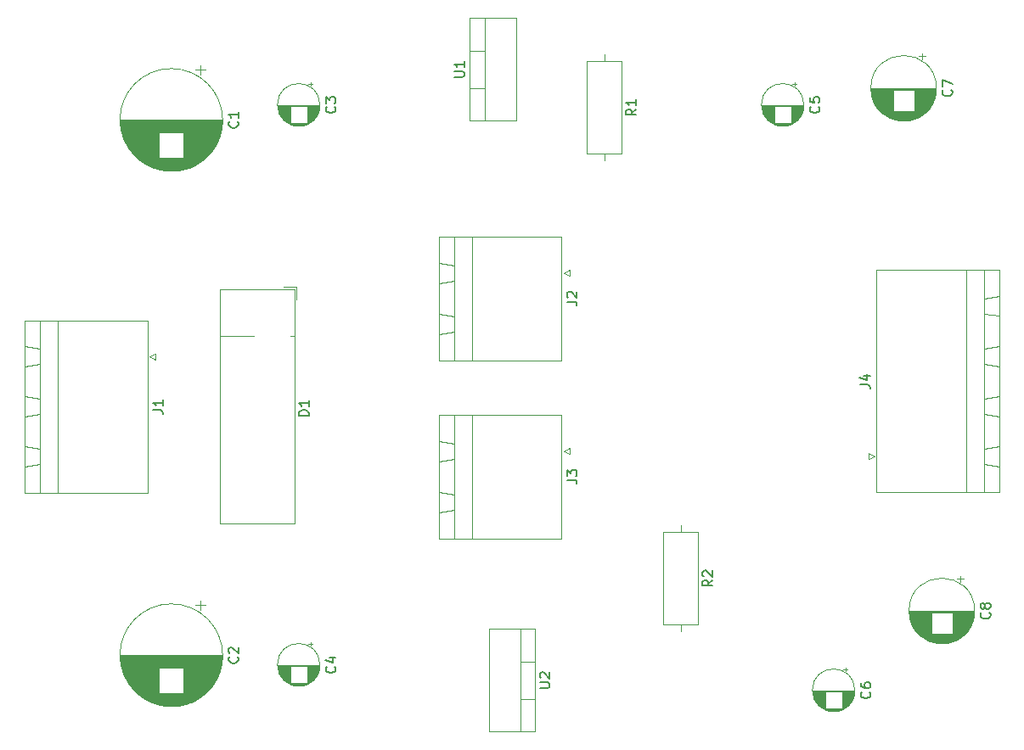
<source format=gbr>
%TF.GenerationSoftware,KiCad,Pcbnew,(6.0.7)*%
%TF.CreationDate,2022-09-22T15:33:20-05:00*%
%TF.ProjectId,2611,32363131-2e6b-4696-9361-645f70636258,rev?*%
%TF.SameCoordinates,Original*%
%TF.FileFunction,Legend,Top*%
%TF.FilePolarity,Positive*%
%FSLAX46Y46*%
G04 Gerber Fmt 4.6, Leading zero omitted, Abs format (unit mm)*
G04 Created by KiCad (PCBNEW (6.0.7)) date 2022-09-22 15:33:20*
%MOMM*%
%LPD*%
G01*
G04 APERTURE LIST*
%ADD10C,0.150000*%
%ADD11C,0.120000*%
G04 APERTURE END LIST*
D10*
%TO.C,R1*%
X142872380Y-80176666D02*
X142396190Y-80510000D01*
X142872380Y-80748095D02*
X141872380Y-80748095D01*
X141872380Y-80367142D01*
X141920000Y-80271904D01*
X141967619Y-80224285D01*
X142062857Y-80176666D01*
X142205714Y-80176666D01*
X142300952Y-80224285D01*
X142348571Y-80271904D01*
X142396190Y-80367142D01*
X142396190Y-80748095D01*
X142872380Y-79224285D02*
X142872380Y-79795714D01*
X142872380Y-79510000D02*
X141872380Y-79510000D01*
X142015238Y-79605238D01*
X142110476Y-79700476D01*
X142158095Y-79795714D01*
%TO.C,R2*%
X150492380Y-127166666D02*
X150016190Y-127500000D01*
X150492380Y-127738095D02*
X149492380Y-127738095D01*
X149492380Y-127357142D01*
X149540000Y-127261904D01*
X149587619Y-127214285D01*
X149682857Y-127166666D01*
X149825714Y-127166666D01*
X149920952Y-127214285D01*
X149968571Y-127261904D01*
X150016190Y-127357142D01*
X150016190Y-127738095D01*
X149587619Y-126785714D02*
X149540000Y-126738095D01*
X149492380Y-126642857D01*
X149492380Y-126404761D01*
X149540000Y-126309523D01*
X149587619Y-126261904D01*
X149682857Y-126214285D01*
X149778095Y-126214285D01*
X149920952Y-126261904D01*
X150492380Y-126833333D01*
X150492380Y-126214285D01*
%TO.C,C7*%
X174302142Y-78251666D02*
X174349761Y-78299285D01*
X174397380Y-78442142D01*
X174397380Y-78537380D01*
X174349761Y-78680238D01*
X174254523Y-78775476D01*
X174159285Y-78823095D01*
X173968809Y-78870714D01*
X173825952Y-78870714D01*
X173635476Y-78823095D01*
X173540238Y-78775476D01*
X173445000Y-78680238D01*
X173397380Y-78537380D01*
X173397380Y-78442142D01*
X173445000Y-78299285D01*
X173492619Y-78251666D01*
X173397380Y-77918333D02*
X173397380Y-77251666D01*
X174397380Y-77680238D01*
%TO.C,J3*%
X135969880Y-117173333D02*
X136684166Y-117173333D01*
X136827023Y-117220952D01*
X136922261Y-117316190D01*
X136969880Y-117459047D01*
X136969880Y-117554285D01*
X135969880Y-116792380D02*
X135969880Y-116173333D01*
X136350833Y-116506666D01*
X136350833Y-116363809D01*
X136398452Y-116268571D01*
X136446071Y-116220952D01*
X136541309Y-116173333D01*
X136779404Y-116173333D01*
X136874642Y-116220952D01*
X136922261Y-116268571D01*
X136969880Y-116363809D01*
X136969880Y-116649523D01*
X136922261Y-116744761D01*
X136874642Y-116792380D01*
%TO.C,C6*%
X166167142Y-138326666D02*
X166214761Y-138374285D01*
X166262380Y-138517142D01*
X166262380Y-138612380D01*
X166214761Y-138755238D01*
X166119523Y-138850476D01*
X166024285Y-138898095D01*
X165833809Y-138945714D01*
X165690952Y-138945714D01*
X165500476Y-138898095D01*
X165405238Y-138850476D01*
X165310000Y-138755238D01*
X165262380Y-138612380D01*
X165262380Y-138517142D01*
X165310000Y-138374285D01*
X165357619Y-138326666D01*
X165262380Y-137469523D02*
X165262380Y-137660000D01*
X165310000Y-137755238D01*
X165357619Y-137802857D01*
X165500476Y-137898095D01*
X165690952Y-137945714D01*
X166071904Y-137945714D01*
X166167142Y-137898095D01*
X166214761Y-137850476D01*
X166262380Y-137755238D01*
X166262380Y-137564761D01*
X166214761Y-137469523D01*
X166167142Y-137421904D01*
X166071904Y-137374285D01*
X165833809Y-137374285D01*
X165738571Y-137421904D01*
X165690952Y-137469523D01*
X165643333Y-137564761D01*
X165643333Y-137755238D01*
X165690952Y-137850476D01*
X165738571Y-137898095D01*
X165833809Y-137945714D01*
%TO.C,U1*%
X124722380Y-76961904D02*
X125531904Y-76961904D01*
X125627142Y-76914285D01*
X125674761Y-76866666D01*
X125722380Y-76771428D01*
X125722380Y-76580952D01*
X125674761Y-76485714D01*
X125627142Y-76438095D01*
X125531904Y-76390476D01*
X124722380Y-76390476D01*
X125722380Y-75390476D02*
X125722380Y-75961904D01*
X125722380Y-75676190D02*
X124722380Y-75676190D01*
X124865238Y-75771428D01*
X124960476Y-75866666D01*
X125008095Y-75961904D01*
%TO.C,C3*%
X112827142Y-79906666D02*
X112874761Y-79954285D01*
X112922380Y-80097142D01*
X112922380Y-80192380D01*
X112874761Y-80335238D01*
X112779523Y-80430476D01*
X112684285Y-80478095D01*
X112493809Y-80525714D01*
X112350952Y-80525714D01*
X112160476Y-80478095D01*
X112065238Y-80430476D01*
X111970000Y-80335238D01*
X111922380Y-80192380D01*
X111922380Y-80097142D01*
X111970000Y-79954285D01*
X112017619Y-79906666D01*
X111922380Y-79573333D02*
X111922380Y-78954285D01*
X112303333Y-79287619D01*
X112303333Y-79144761D01*
X112350952Y-79049523D01*
X112398571Y-79001904D01*
X112493809Y-78954285D01*
X112731904Y-78954285D01*
X112827142Y-79001904D01*
X112874761Y-79049523D01*
X112922380Y-79144761D01*
X112922380Y-79430476D01*
X112874761Y-79525714D01*
X112827142Y-79573333D01*
%TO.C,C2*%
X103127142Y-134826666D02*
X103174761Y-134874285D01*
X103222380Y-135017142D01*
X103222380Y-135112380D01*
X103174761Y-135255238D01*
X103079523Y-135350476D01*
X102984285Y-135398095D01*
X102793809Y-135445714D01*
X102650952Y-135445714D01*
X102460476Y-135398095D01*
X102365238Y-135350476D01*
X102270000Y-135255238D01*
X102222380Y-135112380D01*
X102222380Y-135017142D01*
X102270000Y-134874285D01*
X102317619Y-134826666D01*
X102317619Y-134445714D02*
X102270000Y-134398095D01*
X102222380Y-134302857D01*
X102222380Y-134064761D01*
X102270000Y-133969523D01*
X102317619Y-133921904D01*
X102412857Y-133874285D01*
X102508095Y-133874285D01*
X102650952Y-133921904D01*
X103222380Y-134493333D01*
X103222380Y-133874285D01*
%TO.C,J1*%
X94694880Y-110188333D02*
X95409166Y-110188333D01*
X95552023Y-110235952D01*
X95647261Y-110331190D01*
X95694880Y-110474047D01*
X95694880Y-110569285D01*
X95694880Y-109188333D02*
X95694880Y-109759761D01*
X95694880Y-109474047D02*
X94694880Y-109474047D01*
X94837738Y-109569285D01*
X94932976Y-109664523D01*
X94980595Y-109759761D01*
%TO.C,J4*%
X165194880Y-107648333D02*
X165909166Y-107648333D01*
X166052023Y-107695952D01*
X166147261Y-107791190D01*
X166194880Y-107934047D01*
X166194880Y-108029285D01*
X165528214Y-106743571D02*
X166194880Y-106743571D01*
X165147261Y-106981666D02*
X165861547Y-107219761D01*
X165861547Y-106600714D01*
%TO.C,C4*%
X112827142Y-135786666D02*
X112874761Y-135834285D01*
X112922380Y-135977142D01*
X112922380Y-136072380D01*
X112874761Y-136215238D01*
X112779523Y-136310476D01*
X112684285Y-136358095D01*
X112493809Y-136405714D01*
X112350952Y-136405714D01*
X112160476Y-136358095D01*
X112065238Y-136310476D01*
X111970000Y-136215238D01*
X111922380Y-136072380D01*
X111922380Y-135977142D01*
X111970000Y-135834285D01*
X112017619Y-135786666D01*
X112255714Y-134929523D02*
X112922380Y-134929523D01*
X111874761Y-135167619D02*
X112589047Y-135405714D01*
X112589047Y-134786666D01*
%TO.C,U2*%
X133262380Y-137921904D02*
X134071904Y-137921904D01*
X134167142Y-137874285D01*
X134214761Y-137826666D01*
X134262380Y-137731428D01*
X134262380Y-137540952D01*
X134214761Y-137445714D01*
X134167142Y-137398095D01*
X134071904Y-137350476D01*
X133262380Y-137350476D01*
X133357619Y-136921904D02*
X133310000Y-136874285D01*
X133262380Y-136779047D01*
X133262380Y-136540952D01*
X133310000Y-136445714D01*
X133357619Y-136398095D01*
X133452857Y-136350476D01*
X133548095Y-136350476D01*
X133690952Y-136398095D01*
X134262380Y-136969523D01*
X134262380Y-136350476D01*
%TO.C,C1*%
X103127142Y-81406666D02*
X103174761Y-81454285D01*
X103222380Y-81597142D01*
X103222380Y-81692380D01*
X103174761Y-81835238D01*
X103079523Y-81930476D01*
X102984285Y-81978095D01*
X102793809Y-82025714D01*
X102650952Y-82025714D01*
X102460476Y-81978095D01*
X102365238Y-81930476D01*
X102270000Y-81835238D01*
X102222380Y-81692380D01*
X102222380Y-81597142D01*
X102270000Y-81454285D01*
X102317619Y-81406666D01*
X103222380Y-80454285D02*
X103222380Y-81025714D01*
X103222380Y-80740000D02*
X102222380Y-80740000D01*
X102365238Y-80835238D01*
X102460476Y-80930476D01*
X102508095Y-81025714D01*
%TO.C,C8*%
X178112142Y-130409287D02*
X178159761Y-130456906D01*
X178207380Y-130599763D01*
X178207380Y-130695001D01*
X178159761Y-130837859D01*
X178064523Y-130933097D01*
X177969285Y-130980716D01*
X177778809Y-131028335D01*
X177635952Y-131028335D01*
X177445476Y-130980716D01*
X177350238Y-130933097D01*
X177255000Y-130837859D01*
X177207380Y-130695001D01*
X177207380Y-130599763D01*
X177255000Y-130456906D01*
X177302619Y-130409287D01*
X177635952Y-129837859D02*
X177588333Y-129933097D01*
X177540714Y-129980716D01*
X177445476Y-130028335D01*
X177397857Y-130028335D01*
X177302619Y-129980716D01*
X177255000Y-129933097D01*
X177207380Y-129837859D01*
X177207380Y-129647382D01*
X177255000Y-129552144D01*
X177302619Y-129504525D01*
X177397857Y-129456906D01*
X177445476Y-129456906D01*
X177540714Y-129504525D01*
X177588333Y-129552144D01*
X177635952Y-129647382D01*
X177635952Y-129837859D01*
X177683571Y-129933097D01*
X177731190Y-129980716D01*
X177826428Y-130028335D01*
X178016904Y-130028335D01*
X178112142Y-129980716D01*
X178159761Y-129933097D01*
X178207380Y-129837859D01*
X178207380Y-129647382D01*
X178159761Y-129552144D01*
X178112142Y-129504525D01*
X178016904Y-129456906D01*
X177826428Y-129456906D01*
X177731190Y-129504525D01*
X177683571Y-129552144D01*
X177635952Y-129647382D01*
%TO.C,D1*%
X110232380Y-110773095D02*
X109232380Y-110773095D01*
X109232380Y-110535000D01*
X109280000Y-110392142D01*
X109375238Y-110296904D01*
X109470476Y-110249285D01*
X109660952Y-110201666D01*
X109803809Y-110201666D01*
X109994285Y-110249285D01*
X110089523Y-110296904D01*
X110184761Y-110392142D01*
X110232380Y-110535000D01*
X110232380Y-110773095D01*
X110232380Y-109249285D02*
X110232380Y-109820714D01*
X110232380Y-109535000D02*
X109232380Y-109535000D01*
X109375238Y-109630238D01*
X109470476Y-109725476D01*
X109518095Y-109820714D01*
%TO.C,J2*%
X135969880Y-99393333D02*
X136684166Y-99393333D01*
X136827023Y-99440952D01*
X136922261Y-99536190D01*
X136969880Y-99679047D01*
X136969880Y-99774285D01*
X136065119Y-98964761D02*
X136017500Y-98917142D01*
X135969880Y-98821904D01*
X135969880Y-98583809D01*
X136017500Y-98488571D01*
X136065119Y-98440952D01*
X136160357Y-98393333D01*
X136255595Y-98393333D01*
X136398452Y-98440952D01*
X136969880Y-99012380D01*
X136969880Y-98393333D01*
%TO.C,C5*%
X161087142Y-79906666D02*
X161134761Y-79954285D01*
X161182380Y-80097142D01*
X161182380Y-80192380D01*
X161134761Y-80335238D01*
X161039523Y-80430476D01*
X160944285Y-80478095D01*
X160753809Y-80525714D01*
X160610952Y-80525714D01*
X160420476Y-80478095D01*
X160325238Y-80430476D01*
X160230000Y-80335238D01*
X160182380Y-80192380D01*
X160182380Y-80097142D01*
X160230000Y-79954285D01*
X160277619Y-79906666D01*
X160182380Y-79001904D02*
X160182380Y-79478095D01*
X160658571Y-79525714D01*
X160610952Y-79478095D01*
X160563333Y-79382857D01*
X160563333Y-79144761D01*
X160610952Y-79049523D01*
X160658571Y-79001904D01*
X160753809Y-78954285D01*
X160991904Y-78954285D01*
X161087142Y-79001904D01*
X161134761Y-79049523D01*
X161182380Y-79144761D01*
X161182380Y-79382857D01*
X161134761Y-79478095D01*
X161087142Y-79525714D01*
D11*
%TO.C,R1*%
X141420000Y-84630000D02*
X141420000Y-75390000D01*
X139700000Y-74700000D02*
X139700000Y-75390000D01*
X137980000Y-84630000D02*
X141420000Y-84630000D01*
X141420000Y-75390000D02*
X137980000Y-75390000D01*
X137980000Y-75390000D02*
X137980000Y-84630000D01*
X139700000Y-85320000D02*
X139700000Y-84630000D01*
%TO.C,R2*%
X149040000Y-122380000D02*
X145600000Y-122380000D01*
X149040000Y-131620000D02*
X149040000Y-122380000D01*
X147320000Y-132310000D02*
X147320000Y-131620000D01*
X147320000Y-121690000D02*
X147320000Y-122380000D01*
X145600000Y-122380000D02*
X145600000Y-131620000D01*
X145600000Y-131620000D02*
X149040000Y-131620000D01*
%TO.C,C7*%
X168505000Y-79126000D02*
X166484000Y-79126000D01*
X172547000Y-79286000D02*
X170585000Y-79286000D01*
X172775000Y-78085000D02*
X166315000Y-78085000D01*
X172181000Y-79966000D02*
X170585000Y-79966000D01*
X168505000Y-80246000D02*
X167129000Y-80246000D01*
X172421000Y-79566000D02*
X170585000Y-79566000D01*
X168505000Y-78926000D02*
X166424000Y-78926000D01*
X168505000Y-78565000D02*
X166350000Y-78565000D01*
X171637000Y-80566000D02*
X167453000Y-80566000D01*
X168505000Y-78966000D02*
X166435000Y-78966000D01*
X170977000Y-81006000D02*
X168113000Y-81006000D01*
X171850000Y-80366000D02*
X170585000Y-80366000D01*
X172441000Y-79526000D02*
X170585000Y-79526000D01*
X171961000Y-80246000D02*
X170585000Y-80246000D01*
X168505000Y-80206000D02*
X167095000Y-80206000D01*
X168505000Y-78846000D02*
X166404000Y-78846000D01*
X170895000Y-81046000D02*
X168195000Y-81046000D01*
X172767000Y-78325000D02*
X170585000Y-78325000D01*
X168505000Y-79886000D02*
X166855000Y-79886000D01*
X171769000Y-80446000D02*
X167321000Y-80446000D01*
X171699000Y-74899759D02*
X171069000Y-74899759D01*
X172751000Y-78485000D02*
X170585000Y-78485000D01*
X172515000Y-79366000D02*
X170585000Y-79366000D01*
X172695000Y-78806000D02*
X170585000Y-78806000D01*
X168505000Y-79246000D02*
X166527000Y-79246000D01*
X168505000Y-78605000D02*
X166356000Y-78605000D01*
X168505000Y-79486000D02*
X166629000Y-79486000D01*
X170710000Y-81126000D02*
X168380000Y-81126000D01*
X172746000Y-78525000D02*
X170585000Y-78525000D01*
X171384000Y-74584759D02*
X171384000Y-75214759D01*
X172209000Y-79926000D02*
X170585000Y-79926000D01*
X168505000Y-79086000D02*
X166471000Y-79086000D01*
X168505000Y-78325000D02*
X166323000Y-78325000D01*
X172563000Y-79246000D02*
X170585000Y-79246000D01*
X170807000Y-81086000D02*
X168283000Y-81086000D01*
X171540000Y-80646000D02*
X167550000Y-80646000D01*
X168505000Y-78525000D02*
X166344000Y-78525000D01*
X172335000Y-79726000D02*
X170585000Y-79726000D01*
X171195000Y-80886000D02*
X167895000Y-80886000D01*
X171489000Y-80686000D02*
X167601000Y-80686000D01*
X172775000Y-78125000D02*
X166315000Y-78125000D01*
X172643000Y-79006000D02*
X170585000Y-79006000D01*
X168505000Y-79446000D02*
X166611000Y-79446000D01*
X168505000Y-79806000D02*
X166803000Y-79806000D01*
X172531000Y-79326000D02*
X170585000Y-79326000D01*
X170604000Y-81166000D02*
X168486000Y-81166000D01*
X168505000Y-78725000D02*
X166378000Y-78725000D01*
X171126000Y-80926000D02*
X167964000Y-80926000D01*
X172606000Y-79126000D02*
X170585000Y-79126000D01*
X171435000Y-80726000D02*
X167655000Y-80726000D01*
X172676000Y-78886000D02*
X170585000Y-78886000D01*
X172666000Y-78926000D02*
X170585000Y-78926000D01*
X168505000Y-79286000D02*
X166543000Y-79286000D01*
X171682000Y-80526000D02*
X167408000Y-80526000D01*
X172357000Y-79686000D02*
X170585000Y-79686000D01*
X172763000Y-78365000D02*
X170585000Y-78365000D01*
X168505000Y-79926000D02*
X166881000Y-79926000D01*
X171888000Y-80326000D02*
X170585000Y-80326000D01*
X168505000Y-79046000D02*
X166459000Y-79046000D01*
X172235000Y-79886000D02*
X170585000Y-79886000D01*
X172479000Y-79446000D02*
X170585000Y-79446000D01*
X168505000Y-80286000D02*
X167165000Y-80286000D01*
X168505000Y-80086000D02*
X166997000Y-80086000D01*
X172760000Y-78405000D02*
X170585000Y-78405000D01*
X172712000Y-78725000D02*
X170585000Y-78725000D01*
X170485000Y-81206000D02*
X168605000Y-81206000D01*
X168505000Y-78886000D02*
X166414000Y-78886000D01*
X168505000Y-79726000D02*
X166755000Y-79726000D01*
X171925000Y-80286000D02*
X170585000Y-80286000D01*
X172769000Y-78285000D02*
X166321000Y-78285000D01*
X172379000Y-79646000D02*
X170585000Y-79646000D01*
X172720000Y-78685000D02*
X170585000Y-78685000D01*
X171727000Y-80486000D02*
X167363000Y-80486000D01*
X168505000Y-78445000D02*
X166334000Y-78445000D01*
X168505000Y-79966000D02*
X166909000Y-79966000D01*
X169947000Y-81326000D02*
X169143000Y-81326000D01*
X171589000Y-80606000D02*
X167501000Y-80606000D01*
X168505000Y-79646000D02*
X166711000Y-79646000D01*
X172261000Y-79846000D02*
X170585000Y-79846000D01*
X168505000Y-78645000D02*
X166363000Y-78645000D01*
X168505000Y-78365000D02*
X166327000Y-78365000D01*
X168505000Y-78685000D02*
X166370000Y-78685000D01*
X168505000Y-80126000D02*
X167029000Y-80126000D01*
X171054000Y-80966000D02*
X168036000Y-80966000D01*
X168505000Y-80326000D02*
X167202000Y-80326000D01*
X172497000Y-79406000D02*
X170585000Y-79406000D01*
X172592000Y-79166000D02*
X170585000Y-79166000D01*
X172740000Y-78565000D02*
X170585000Y-78565000D01*
X171810000Y-80406000D02*
X167280000Y-80406000D01*
X172773000Y-78205000D02*
X166317000Y-78205000D01*
X168505000Y-78806000D02*
X166395000Y-78806000D01*
X172756000Y-78445000D02*
X170585000Y-78445000D01*
X172619000Y-79086000D02*
X170585000Y-79086000D01*
X171995000Y-80206000D02*
X170585000Y-80206000D01*
X172093000Y-80086000D02*
X170585000Y-80086000D01*
X172578000Y-79206000D02*
X170585000Y-79206000D01*
X172311000Y-79766000D02*
X170585000Y-79766000D01*
X168505000Y-79686000D02*
X166733000Y-79686000D01*
X172287000Y-79806000D02*
X170585000Y-79806000D01*
X172631000Y-79046000D02*
X170585000Y-79046000D01*
X172461000Y-79486000D02*
X170585000Y-79486000D01*
X172772000Y-78245000D02*
X166318000Y-78245000D01*
X168505000Y-79366000D02*
X166575000Y-79366000D01*
X172061000Y-80126000D02*
X170585000Y-80126000D01*
X168505000Y-79206000D02*
X166512000Y-79206000D01*
X168505000Y-79566000D02*
X166669000Y-79566000D01*
X168505000Y-80006000D02*
X166938000Y-80006000D01*
X171321000Y-80806000D02*
X167769000Y-80806000D01*
X168505000Y-80366000D02*
X167240000Y-80366000D01*
X172704000Y-78765000D02*
X170585000Y-78765000D01*
X171379000Y-80766000D02*
X167711000Y-80766000D01*
X172686000Y-78846000D02*
X170585000Y-78846000D01*
X172775000Y-78165000D02*
X166315000Y-78165000D01*
X168505000Y-78485000D02*
X166339000Y-78485000D01*
X172401000Y-79606000D02*
X170585000Y-79606000D01*
X170178000Y-81286000D02*
X168912000Y-81286000D01*
X168505000Y-79766000D02*
X166779000Y-79766000D01*
X168505000Y-78765000D02*
X166386000Y-78765000D01*
X168505000Y-78405000D02*
X166330000Y-78405000D01*
X168505000Y-79846000D02*
X166829000Y-79846000D01*
X168505000Y-79406000D02*
X166593000Y-79406000D01*
X168505000Y-79606000D02*
X166689000Y-79606000D01*
X168505000Y-79526000D02*
X166649000Y-79526000D01*
X168505000Y-79326000D02*
X166559000Y-79326000D01*
X172734000Y-78605000D02*
X170585000Y-78605000D01*
X168505000Y-80046000D02*
X166967000Y-80046000D01*
X172152000Y-80006000D02*
X170585000Y-80006000D01*
X172727000Y-78645000D02*
X170585000Y-78645000D01*
X168505000Y-79166000D02*
X166498000Y-79166000D01*
X168505000Y-79006000D02*
X166447000Y-79006000D01*
X170347000Y-81246000D02*
X168743000Y-81246000D01*
X172655000Y-78966000D02*
X170585000Y-78966000D01*
X172029000Y-80166000D02*
X170585000Y-80166000D01*
X168505000Y-80166000D02*
X167061000Y-80166000D01*
X172123000Y-80046000D02*
X170585000Y-80046000D01*
X171259000Y-80846000D02*
X167831000Y-80846000D01*
X172815000Y-78085000D02*
G75*
G03*
X172815000Y-78085000I-3270000J0D01*
G01*
%TO.C,J3*%
X123207500Y-123030000D02*
X135427500Y-123030000D01*
X123207500Y-110650000D02*
X123207500Y-123030000D01*
X124707500Y-120130000D02*
X124707500Y-118630000D01*
X124707500Y-115050000D02*
X124707500Y-113550000D01*
X135627500Y-114300000D02*
X136227500Y-114000000D01*
X135427500Y-123030000D02*
X135427500Y-110650000D01*
X124707500Y-118630000D02*
X123207500Y-118380000D01*
X123207500Y-120380000D02*
X124707500Y-120130000D01*
X126507500Y-123030000D02*
X124707500Y-123030000D01*
X126507500Y-110650000D02*
X126507500Y-123030000D01*
X123207500Y-113300000D02*
X123207500Y-115300000D01*
X136227500Y-114000000D02*
X136227500Y-114600000D01*
X136227500Y-114600000D02*
X135627500Y-114300000D01*
X124707500Y-123030000D02*
X124707500Y-110650000D01*
X124707500Y-110650000D02*
X126507500Y-110650000D01*
X123207500Y-118380000D02*
X123207500Y-120380000D01*
X123207500Y-115300000D02*
X124707500Y-115050000D01*
X135427500Y-110650000D02*
X123207500Y-110650000D01*
X124707500Y-113550000D02*
X123207500Y-113300000D01*
%TO.C,C6*%
X164616000Y-138480000D02*
X163400000Y-138480000D01*
X163760000Y-139881000D02*
X163400000Y-139881000D01*
X163419000Y-140081000D02*
X161701000Y-140081000D01*
X164594000Y-138600000D02*
X163400000Y-138600000D01*
X161720000Y-138560000D02*
X160518000Y-138560000D01*
X161720000Y-138480000D02*
X160504000Y-138480000D01*
X162930000Y-140241000D02*
X162190000Y-140241000D01*
X161720000Y-139601000D02*
X161044000Y-139601000D01*
X164179000Y-139481000D02*
X163400000Y-139481000D01*
X161720000Y-139561000D02*
X161008000Y-139561000D01*
X161720000Y-138800000D02*
X160578000Y-138800000D01*
X164345000Y-139241000D02*
X163400000Y-139241000D01*
X164631000Y-138360000D02*
X163400000Y-138360000D01*
X161720000Y-138640000D02*
X160535000Y-138640000D01*
X164038000Y-139641000D02*
X163400000Y-139641000D01*
X161720000Y-138881000D02*
X160606000Y-138881000D01*
X163814000Y-139841000D02*
X163400000Y-139841000D01*
X164640000Y-138200000D02*
X160480000Y-138200000D01*
X164268000Y-139361000D02*
X163400000Y-139361000D01*
X163500000Y-140041000D02*
X161620000Y-140041000D01*
X164484000Y-138961000D02*
X163400000Y-138961000D01*
X161720000Y-138360000D02*
X160489000Y-138360000D01*
X164411000Y-139121000D02*
X163400000Y-139121000D01*
X164430000Y-139081000D02*
X163400000Y-139081000D01*
X161720000Y-139841000D02*
X161306000Y-139841000D01*
X161720000Y-138840000D02*
X160592000Y-138840000D01*
X163097000Y-140201000D02*
X162023000Y-140201000D01*
X161720000Y-139681000D02*
X161122000Y-139681000D01*
X164622000Y-138440000D02*
X163400000Y-138440000D01*
X164295000Y-139321000D02*
X163400000Y-139321000D01*
X163224000Y-140161000D02*
X161896000Y-140161000D01*
X161720000Y-138680000D02*
X160544000Y-138680000D01*
X161720000Y-139361000D02*
X160852000Y-139361000D01*
X163640000Y-139961000D02*
X163400000Y-139961000D01*
X164554000Y-138760000D02*
X163400000Y-138760000D01*
X164627000Y-138400000D02*
X163400000Y-138400000D01*
X164565000Y-138720000D02*
X163400000Y-138720000D01*
X163998000Y-139681000D02*
X163400000Y-139681000D01*
X161720000Y-138921000D02*
X160620000Y-138921000D01*
X164528000Y-138840000D02*
X163400000Y-138840000D01*
X164634000Y-138320000D02*
X160486000Y-138320000D01*
X161720000Y-139481000D02*
X160941000Y-139481000D01*
X164390000Y-139161000D02*
X163400000Y-139161000D01*
X163864000Y-139801000D02*
X163400000Y-139801000D01*
X161720000Y-139081000D02*
X160690000Y-139081000D01*
X164320000Y-139281000D02*
X163400000Y-139281000D01*
X161720000Y-139721000D02*
X161164000Y-139721000D01*
X161720000Y-139881000D02*
X161360000Y-139881000D01*
X161720000Y-138600000D02*
X160526000Y-138600000D01*
X161720000Y-139321000D02*
X160825000Y-139321000D01*
X164467000Y-139001000D02*
X163400000Y-139001000D01*
X164449000Y-139041000D02*
X163400000Y-139041000D01*
X164637000Y-138280000D02*
X160483000Y-138280000D01*
X161720000Y-139201000D02*
X160752000Y-139201000D01*
X164210000Y-139441000D02*
X163400000Y-139441000D01*
X164585000Y-138640000D02*
X163400000Y-138640000D01*
X164112000Y-139561000D02*
X163400000Y-139561000D01*
X161720000Y-139761000D02*
X161209000Y-139761000D01*
X161720000Y-139001000D02*
X160653000Y-139001000D01*
X161720000Y-139921000D02*
X161418000Y-139921000D01*
X164640000Y-138160000D02*
X160480000Y-138160000D01*
X161720000Y-139961000D02*
X161480000Y-139961000D01*
X163702000Y-139921000D02*
X163400000Y-139921000D01*
X161720000Y-139121000D02*
X160709000Y-139121000D01*
X163573000Y-140001000D02*
X161547000Y-140001000D01*
X163755000Y-135890199D02*
X163755000Y-136290199D01*
X164076000Y-139601000D02*
X163400000Y-139601000D01*
X161720000Y-139521000D02*
X160973000Y-139521000D01*
X164639000Y-138240000D02*
X160481000Y-138240000D01*
X163955000Y-136090199D02*
X163555000Y-136090199D01*
X161720000Y-138520000D02*
X160510000Y-138520000D01*
X164602000Y-138560000D02*
X163400000Y-138560000D01*
X161720000Y-139281000D02*
X160800000Y-139281000D01*
X164610000Y-138520000D02*
X163400000Y-138520000D01*
X161720000Y-139241000D02*
X160775000Y-139241000D01*
X164542000Y-138800000D02*
X163400000Y-138800000D01*
X161720000Y-138440000D02*
X160498000Y-138440000D01*
X164514000Y-138881000D02*
X163400000Y-138881000D01*
X161720000Y-138400000D02*
X160493000Y-138400000D01*
X163956000Y-139721000D02*
X163400000Y-139721000D01*
X161720000Y-138720000D02*
X160555000Y-138720000D01*
X161720000Y-139801000D02*
X161256000Y-139801000D01*
X164147000Y-139521000D02*
X163400000Y-139521000D01*
X161720000Y-138961000D02*
X160636000Y-138961000D01*
X161720000Y-139401000D02*
X160880000Y-139401000D01*
X164240000Y-139401000D02*
X163400000Y-139401000D01*
X161720000Y-139041000D02*
X160671000Y-139041000D01*
X161720000Y-139641000D02*
X161082000Y-139641000D01*
X164368000Y-139201000D02*
X163400000Y-139201000D01*
X164500000Y-138921000D02*
X163400000Y-138921000D01*
X161720000Y-138760000D02*
X160566000Y-138760000D01*
X164576000Y-138680000D02*
X163400000Y-138680000D01*
X161720000Y-139161000D02*
X160730000Y-139161000D01*
X161720000Y-139441000D02*
X160910000Y-139441000D01*
X163911000Y-139761000D02*
X163400000Y-139761000D01*
X163328000Y-140121000D02*
X161792000Y-140121000D01*
X164680000Y-138160000D02*
G75*
G03*
X164680000Y-138160000I-2120000J0D01*
G01*
%TO.C,U1*%
X127780000Y-81320000D02*
X127780000Y-71080000D01*
X130911000Y-81320000D02*
X130911000Y-71080000D01*
X126270000Y-81320000D02*
X126270000Y-71080000D01*
X126270000Y-78050000D02*
X127780000Y-78050000D01*
X126270000Y-71080000D02*
X130911000Y-71080000D01*
X126270000Y-81320000D02*
X130911000Y-81320000D01*
X126270000Y-74349000D02*
X127780000Y-74349000D01*
%TO.C,C3*%
X111050000Y-80741000D02*
X110060000Y-80741000D01*
X111299000Y-79820000D02*
X107141000Y-79820000D01*
X111005000Y-80821000D02*
X110060000Y-80821000D01*
X110772000Y-81141000D02*
X110060000Y-81141000D01*
X108380000Y-81021000D02*
X107570000Y-81021000D01*
X108380000Y-81221000D02*
X107742000Y-81221000D01*
X108380000Y-80741000D02*
X107390000Y-80741000D01*
X111109000Y-80621000D02*
X110060000Y-80621000D01*
X110233000Y-81581000D02*
X108207000Y-81581000D01*
X110524000Y-81381000D02*
X110060000Y-81381000D01*
X108380000Y-80661000D02*
X107350000Y-80661000D01*
X110928000Y-80941000D02*
X110060000Y-80941000D01*
X110980000Y-80861000D02*
X110060000Y-80861000D01*
X108380000Y-80060000D02*
X107164000Y-80060000D01*
X111090000Y-80661000D02*
X110060000Y-80661000D01*
X110615000Y-77670199D02*
X110215000Y-77670199D01*
X111214000Y-80340000D02*
X110060000Y-80340000D01*
X110616000Y-81301000D02*
X110060000Y-81301000D01*
X111071000Y-80701000D02*
X110060000Y-80701000D01*
X110415000Y-77470199D02*
X110415000Y-77870199D01*
X108380000Y-80781000D02*
X107412000Y-80781000D01*
X111028000Y-80781000D02*
X110060000Y-80781000D01*
X108380000Y-81501000D02*
X108078000Y-81501000D01*
X110571000Y-81341000D02*
X110060000Y-81341000D01*
X108380000Y-81461000D02*
X108020000Y-81461000D01*
X108380000Y-80300000D02*
X107215000Y-80300000D01*
X111202000Y-80380000D02*
X110060000Y-80380000D01*
X111262000Y-80140000D02*
X110060000Y-80140000D01*
X111225000Y-80300000D02*
X110060000Y-80300000D01*
X110420000Y-81461000D02*
X110060000Y-81461000D01*
X108380000Y-81381000D02*
X107916000Y-81381000D01*
X109988000Y-81701000D02*
X108452000Y-81701000D01*
X108380000Y-81301000D02*
X107824000Y-81301000D01*
X108380000Y-80981000D02*
X107540000Y-80981000D01*
X111297000Y-79860000D02*
X107143000Y-79860000D01*
X108380000Y-80380000D02*
X107238000Y-80380000D01*
X108380000Y-80621000D02*
X107331000Y-80621000D01*
X110955000Y-80901000D02*
X110060000Y-80901000D01*
X110362000Y-81501000D02*
X110060000Y-81501000D01*
X111144000Y-80541000D02*
X110060000Y-80541000D01*
X108380000Y-80220000D02*
X107195000Y-80220000D01*
X110839000Y-81061000D02*
X110060000Y-81061000D01*
X110870000Y-81021000D02*
X110060000Y-81021000D01*
X111188000Y-80420000D02*
X110060000Y-80420000D01*
X108380000Y-79940000D02*
X107149000Y-79940000D01*
X111245000Y-80220000D02*
X110060000Y-80220000D01*
X108380000Y-80701000D02*
X107369000Y-80701000D01*
X108380000Y-81061000D02*
X107601000Y-81061000D01*
X110807000Y-81101000D02*
X110060000Y-81101000D01*
X108380000Y-80861000D02*
X107460000Y-80861000D01*
X108380000Y-80461000D02*
X107266000Y-80461000D01*
X108380000Y-80941000D02*
X107512000Y-80941000D01*
X108380000Y-80140000D02*
X107178000Y-80140000D01*
X108380000Y-79980000D02*
X107153000Y-79980000D01*
X108380000Y-80180000D02*
X107186000Y-80180000D01*
X108380000Y-80020000D02*
X107158000Y-80020000D01*
X109757000Y-81781000D02*
X108683000Y-81781000D01*
X111282000Y-80020000D02*
X110060000Y-80020000D01*
X108380000Y-81181000D02*
X107704000Y-81181000D01*
X108380000Y-80901000D02*
X107485000Y-80901000D01*
X111254000Y-80180000D02*
X110060000Y-80180000D01*
X109884000Y-81741000D02*
X108556000Y-81741000D01*
X111174000Y-80461000D02*
X110060000Y-80461000D01*
X108380000Y-80581000D02*
X107313000Y-80581000D01*
X108380000Y-80340000D02*
X107226000Y-80340000D01*
X108380000Y-80821000D02*
X107435000Y-80821000D01*
X111236000Y-80260000D02*
X110060000Y-80260000D01*
X108380000Y-81261000D02*
X107782000Y-81261000D01*
X111300000Y-79740000D02*
X107140000Y-79740000D01*
X108380000Y-81141000D02*
X107668000Y-81141000D01*
X108380000Y-81541000D02*
X108140000Y-81541000D01*
X110474000Y-81421000D02*
X110060000Y-81421000D01*
X108380000Y-80100000D02*
X107170000Y-80100000D01*
X109590000Y-81821000D02*
X108850000Y-81821000D01*
X111294000Y-79900000D02*
X107146000Y-79900000D01*
X108380000Y-80501000D02*
X107280000Y-80501000D01*
X110160000Y-81621000D02*
X108280000Y-81621000D01*
X111287000Y-79980000D02*
X110060000Y-79980000D01*
X110658000Y-81261000D02*
X110060000Y-81261000D01*
X108380000Y-80260000D02*
X107204000Y-80260000D01*
X111300000Y-79780000D02*
X107140000Y-79780000D01*
X108380000Y-81341000D02*
X107869000Y-81341000D01*
X108380000Y-81101000D02*
X107633000Y-81101000D01*
X110736000Y-81181000D02*
X110060000Y-81181000D01*
X108380000Y-80541000D02*
X107296000Y-80541000D01*
X111276000Y-80060000D02*
X110060000Y-80060000D01*
X110900000Y-80981000D02*
X110060000Y-80981000D01*
X111291000Y-79940000D02*
X110060000Y-79940000D01*
X111160000Y-80501000D02*
X110060000Y-80501000D01*
X108380000Y-80420000D02*
X107252000Y-80420000D01*
X110698000Y-81221000D02*
X110060000Y-81221000D01*
X110079000Y-81661000D02*
X108361000Y-81661000D01*
X110300000Y-81541000D02*
X110060000Y-81541000D01*
X111270000Y-80100000D02*
X110060000Y-80100000D01*
X108380000Y-81421000D02*
X107966000Y-81421000D01*
X111127000Y-80581000D02*
X110060000Y-80581000D01*
X111340000Y-79740000D02*
G75*
G03*
X111340000Y-79740000I-2120000J0D01*
G01*
%TO.C,C2*%
X101370000Y-136181000D02*
X97761000Y-136181000D01*
X95279000Y-137061000D02*
X92037000Y-137061000D01*
X100477000Y-137861000D02*
X97761000Y-137861000D01*
X99099000Y-139061000D02*
X93941000Y-139061000D01*
X101510000Y-135621000D02*
X91530000Y-135621000D01*
X100081000Y-138301000D02*
X97761000Y-138301000D01*
X99895000Y-129680354D02*
X98895000Y-129680354D01*
X101600000Y-134700000D02*
X91440000Y-134700000D01*
X98030000Y-139541000D02*
X95010000Y-139541000D01*
X95279000Y-136421000D02*
X91752000Y-136421000D01*
X100767000Y-137461000D02*
X97761000Y-137461000D01*
X95279000Y-138061000D02*
X92731000Y-138061000D01*
X95279000Y-136861000D02*
X91936000Y-136861000D01*
X100236000Y-138141000D02*
X97761000Y-138141000D01*
X97582000Y-139661000D02*
X95458000Y-139661000D01*
X101494000Y-135701000D02*
X91546000Y-135701000D01*
X95279000Y-136221000D02*
X91683000Y-136221000D01*
X101582000Y-135100000D02*
X91458000Y-135100000D01*
X100793000Y-137421000D02*
X97761000Y-137421000D01*
X100570000Y-137741000D02*
X97761000Y-137741000D01*
X101560000Y-135300000D02*
X91480000Y-135300000D01*
X95279000Y-137661000D02*
X92410000Y-137661000D01*
X95279000Y-137141000D02*
X92080000Y-137141000D01*
X101243000Y-136541000D02*
X97761000Y-136541000D01*
X99520000Y-138781000D02*
X93520000Y-138781000D01*
X95279000Y-137341000D02*
X92197000Y-137341000D01*
X99290000Y-138941000D02*
X93750000Y-138941000D01*
X101448000Y-135901000D02*
X91592000Y-135901000D01*
X97382000Y-139701000D02*
X95658000Y-139701000D01*
X100843000Y-137341000D02*
X97761000Y-137341000D01*
X101538000Y-135461000D02*
X91502000Y-135461000D01*
X99409000Y-138861000D02*
X93631000Y-138861000D01*
X99229000Y-138981000D02*
X93811000Y-138981000D01*
X95279000Y-136181000D02*
X91670000Y-136181000D01*
X101467000Y-135821000D02*
X91573000Y-135821000D01*
X99676000Y-138661000D02*
X93364000Y-138661000D01*
X101382000Y-136141000D02*
X97761000Y-136141000D01*
X99350000Y-138901000D02*
X93690000Y-138901000D01*
X95279000Y-135981000D02*
X91613000Y-135981000D01*
X101317000Y-136341000D02*
X97761000Y-136341000D01*
X95279000Y-135941000D02*
X91602000Y-135941000D01*
X101599000Y-134780000D02*
X91441000Y-134780000D01*
X95279000Y-137861000D02*
X92563000Y-137861000D01*
X101288000Y-136421000D02*
X97761000Y-136421000D01*
X101084000Y-136901000D02*
X97761000Y-136901000D01*
X95279000Y-136501000D02*
X91782000Y-136501000D01*
X101405000Y-136061000D02*
X97761000Y-136061000D01*
X95279000Y-137701000D02*
X92440000Y-137701000D01*
X100686000Y-137581000D02*
X97761000Y-137581000D01*
X99165000Y-139021000D02*
X93875000Y-139021000D01*
X95279000Y-136381000D02*
X91737000Y-136381000D01*
X101458000Y-135861000D02*
X91582000Y-135861000D01*
X101595000Y-134900000D02*
X91445000Y-134900000D01*
X99821000Y-138541000D02*
X93219000Y-138541000D01*
X101227000Y-136581000D02*
X97761000Y-136581000D01*
X98464000Y-139381000D02*
X94576000Y-139381000D01*
X95279000Y-136781000D02*
X91899000Y-136781000D01*
X95279000Y-137261000D02*
X92149000Y-137261000D01*
X101427000Y-135981000D02*
X97761000Y-135981000D01*
X101045000Y-136981000D02*
X97761000Y-136981000D01*
X100412000Y-137941000D02*
X97761000Y-137941000D01*
X95279000Y-137741000D02*
X92470000Y-137741000D01*
X99465000Y-138821000D02*
X93575000Y-138821000D01*
X95279000Y-136301000D02*
X91709000Y-136301000D01*
X95279000Y-137981000D02*
X92662000Y-137981000D01*
X101258000Y-136501000D02*
X97761000Y-136501000D01*
X101531000Y-135501000D02*
X91509000Y-135501000D01*
X100937000Y-137181000D02*
X97761000Y-137181000D01*
X101517000Y-135581000D02*
X91523000Y-135581000D01*
X99030000Y-139101000D02*
X94010000Y-139101000D01*
X95279000Y-136101000D02*
X91646000Y-136101000D01*
X95279000Y-137781000D02*
X92500000Y-137781000D01*
X95279000Y-137581000D02*
X92354000Y-137581000D01*
X101555000Y-135340000D02*
X91485000Y-135340000D01*
X95279000Y-138341000D02*
X93000000Y-138341000D01*
X100867000Y-137301000D02*
X97761000Y-137301000D01*
X100309000Y-138061000D02*
X97761000Y-138061000D01*
X95279000Y-137101000D02*
X92058000Y-137101000D01*
X100344000Y-138021000D02*
X97761000Y-138021000D01*
X101123000Y-136821000D02*
X97761000Y-136821000D01*
X100509000Y-137821000D02*
X97761000Y-137821000D01*
X100741000Y-137501000D02*
X97761000Y-137501000D01*
X99774000Y-138581000D02*
X93266000Y-138581000D01*
X95279000Y-136261000D02*
X91696000Y-136261000D01*
X95279000Y-136581000D02*
X91813000Y-136581000D01*
X98366000Y-139421000D02*
X94674000Y-139421000D01*
X99956000Y-138421000D02*
X93084000Y-138421000D01*
X101357000Y-136221000D02*
X97761000Y-136221000D01*
X101600000Y-134660000D02*
X91440000Y-134660000D01*
X95279000Y-137941000D02*
X92628000Y-137941000D01*
X101394000Y-136101000D02*
X97761000Y-136101000D01*
X101585000Y-135060000D02*
X91455000Y-135060000D01*
X101550000Y-135381000D02*
X91490000Y-135381000D01*
X95279000Y-138381000D02*
X93042000Y-138381000D01*
X100714000Y-137541000D02*
X97761000Y-137541000D01*
X101588000Y-135020000D02*
X91452000Y-135020000D01*
X100160000Y-138221000D02*
X97761000Y-138221000D01*
X95279000Y-136661000D02*
X91846000Y-136661000D01*
X98729000Y-139261000D02*
X94311000Y-139261000D01*
X95279000Y-138301000D02*
X92959000Y-138301000D01*
X101544000Y-135421000D02*
X91496000Y-135421000D01*
X98150000Y-139501000D02*
X94890000Y-139501000D01*
X101598000Y-134820000D02*
X91442000Y-134820000D01*
X95279000Y-137181000D02*
X92103000Y-137181000D01*
X95279000Y-136141000D02*
X91658000Y-136141000D01*
X98959000Y-139141000D02*
X94081000Y-139141000D01*
X101565000Y-135260000D02*
X91475000Y-135260000D01*
X101104000Y-136861000D02*
X97761000Y-136861000D01*
X99912000Y-138461000D02*
X93128000Y-138461000D01*
X100378000Y-137981000D02*
X97761000Y-137981000D01*
X100982000Y-137101000D02*
X97761000Y-137101000D01*
X95279000Y-136621000D02*
X91830000Y-136621000D01*
X95279000Y-137621000D02*
X92382000Y-137621000D01*
X95279000Y-136461000D02*
X91766000Y-136461000D01*
X99395000Y-129180354D02*
X99395000Y-130180354D01*
X95279000Y-138021000D02*
X92696000Y-138021000D01*
X98262000Y-139461000D02*
X94778000Y-139461000D01*
X95279000Y-138261000D02*
X92919000Y-138261000D01*
X100960000Y-137141000D02*
X97761000Y-137141000D01*
X100273000Y-138101000D02*
X97761000Y-138101000D01*
X100630000Y-137661000D02*
X97761000Y-137661000D01*
X101194000Y-136661000D02*
X97761000Y-136661000D01*
X101597000Y-134860000D02*
X91443000Y-134860000D01*
X95279000Y-136701000D02*
X91863000Y-136701000D01*
X99998000Y-138381000D02*
X97761000Y-138381000D01*
X95279000Y-136541000D02*
X91797000Y-136541000D01*
X100818000Y-137381000D02*
X97761000Y-137381000D01*
X97119000Y-139741000D02*
X95921000Y-139741000D01*
X95279000Y-136061000D02*
X91635000Y-136061000D01*
X101417000Y-136021000D02*
X97761000Y-136021000D01*
X101331000Y-136301000D02*
X97761000Y-136301000D01*
X101344000Y-136261000D02*
X97761000Y-136261000D01*
X99867000Y-138501000D02*
X93173000Y-138501000D01*
X101024000Y-137021000D02*
X97761000Y-137021000D01*
X101303000Y-136381000D02*
X97761000Y-136381000D01*
X95279000Y-137501000D02*
X92299000Y-137501000D01*
X95279000Y-137461000D02*
X92273000Y-137461000D01*
X95279000Y-138101000D02*
X92767000Y-138101000D01*
X101003000Y-137061000D02*
X97761000Y-137061000D01*
X101065000Y-136941000D02*
X97761000Y-136941000D01*
X95279000Y-137541000D02*
X92326000Y-137541000D01*
X101485000Y-135741000D02*
X91555000Y-135741000D01*
X95279000Y-136821000D02*
X91917000Y-136821000D01*
X101274000Y-136461000D02*
X97761000Y-136461000D01*
X100540000Y-137781000D02*
X97761000Y-137781000D01*
X95279000Y-136981000D02*
X91995000Y-136981000D01*
X101141000Y-136781000D02*
X97761000Y-136781000D01*
X95279000Y-137421000D02*
X92247000Y-137421000D01*
X100121000Y-138261000D02*
X97761000Y-138261000D01*
X95279000Y-136341000D02*
X91723000Y-136341000D01*
X101590000Y-134980000D02*
X91450000Y-134980000D01*
X100040000Y-138341000D02*
X97761000Y-138341000D01*
X95279000Y-137021000D02*
X92016000Y-137021000D01*
X100658000Y-137621000D02*
X97761000Y-137621000D01*
X101159000Y-136741000D02*
X97761000Y-136741000D01*
X98557000Y-139341000D02*
X94483000Y-139341000D01*
X101593000Y-134940000D02*
X91447000Y-134940000D01*
X97750000Y-139621000D02*
X95290000Y-139621000D01*
X97898000Y-139581000D02*
X95142000Y-139581000D01*
X100891000Y-137261000D02*
X97761000Y-137261000D01*
X95279000Y-137301000D02*
X92173000Y-137301000D01*
X95279000Y-137381000D02*
X92222000Y-137381000D01*
X95279000Y-138181000D02*
X92841000Y-138181000D01*
X101578000Y-135140000D02*
X91462000Y-135140000D01*
X101177000Y-136701000D02*
X97761000Y-136701000D01*
X95279000Y-136941000D02*
X91975000Y-136941000D01*
X101574000Y-135180000D02*
X91466000Y-135180000D01*
X100600000Y-137701000D02*
X97761000Y-137701000D01*
X98809000Y-139221000D02*
X94231000Y-139221000D01*
X99626000Y-138701000D02*
X93414000Y-138701000D01*
X101210000Y-136621000D02*
X97761000Y-136621000D01*
X99726000Y-138621000D02*
X93314000Y-138621000D01*
X99574000Y-138741000D02*
X93466000Y-138741000D01*
X95279000Y-136901000D02*
X91956000Y-136901000D01*
X101570000Y-135220000D02*
X91470000Y-135220000D01*
X95279000Y-137901000D02*
X92595000Y-137901000D01*
X95279000Y-138141000D02*
X92804000Y-138141000D01*
X95279000Y-138221000D02*
X92880000Y-138221000D01*
X98885000Y-139181000D02*
X94155000Y-139181000D01*
X101600000Y-134740000D02*
X91440000Y-134740000D01*
X101438000Y-135941000D02*
X97761000Y-135941000D01*
X98645000Y-139301000D02*
X94395000Y-139301000D01*
X101524000Y-135541000D02*
X91516000Y-135541000D01*
X95279000Y-136021000D02*
X91623000Y-136021000D01*
X95279000Y-137821000D02*
X92531000Y-137821000D01*
X100445000Y-137901000D02*
X97761000Y-137901000D01*
X101502000Y-135661000D02*
X91538000Y-135661000D01*
X100199000Y-138181000D02*
X97761000Y-138181000D01*
X100915000Y-137221000D02*
X97761000Y-137221000D01*
X95279000Y-137221000D02*
X92125000Y-137221000D01*
X95279000Y-136741000D02*
X91881000Y-136741000D01*
X101476000Y-135781000D02*
X91564000Y-135781000D01*
X101640000Y-134660000D02*
G75*
G03*
X101640000Y-134660000I-5120000J0D01*
G01*
%TO.C,J1*%
X94952500Y-105155000D02*
X94352500Y-104855000D01*
X81932500Y-101245000D02*
X81932500Y-118465000D01*
X83432500Y-118465000D02*
X83432500Y-101245000D01*
X81932500Y-115855000D02*
X83432500Y-115605000D01*
X83432500Y-115605000D02*
X83432500Y-114105000D01*
X83432500Y-105605000D02*
X83432500Y-104105000D01*
X83432500Y-101245000D02*
X85232500Y-101245000D01*
X94952500Y-104555000D02*
X94952500Y-105155000D01*
X85232500Y-101245000D02*
X85232500Y-118465000D01*
X81932500Y-105855000D02*
X83432500Y-105605000D01*
X81932500Y-108855000D02*
X81932500Y-110855000D01*
X94352500Y-104855000D02*
X94952500Y-104555000D01*
X81932500Y-118465000D02*
X94152500Y-118465000D01*
X81932500Y-113855000D02*
X81932500Y-115855000D01*
X81932500Y-103855000D02*
X81932500Y-105855000D01*
X94152500Y-118465000D02*
X94152500Y-101245000D01*
X83432500Y-110605000D02*
X83432500Y-109105000D01*
X85232500Y-118465000D02*
X83432500Y-118465000D01*
X94152500Y-101245000D02*
X81932500Y-101245000D01*
X83432500Y-109105000D02*
X81932500Y-108855000D01*
X83432500Y-114105000D02*
X81932500Y-113855000D01*
X81932500Y-110855000D02*
X83432500Y-110605000D01*
X83432500Y-104105000D02*
X81932500Y-103855000D01*
%TO.C,J4*%
X166832500Y-96205000D02*
X166832500Y-118425000D01*
X179052500Y-100815000D02*
X179052500Y-98815000D01*
X179052500Y-96205000D02*
X166832500Y-96205000D01*
X177552500Y-109065000D02*
X177552500Y-110565000D01*
X177552500Y-115565000D02*
X179052500Y-115815000D01*
X179052500Y-110815000D02*
X179052500Y-108815000D01*
X179052500Y-115815000D02*
X179052500Y-113815000D01*
X177552500Y-110565000D02*
X179052500Y-110815000D01*
X175752500Y-118425000D02*
X175752500Y-96205000D01*
X179052500Y-108815000D02*
X177552500Y-109065000D01*
X175752500Y-96205000D02*
X177552500Y-96205000D01*
X179052500Y-118425000D02*
X179052500Y-96205000D01*
X177552500Y-99065000D02*
X177552500Y-100565000D01*
X179052500Y-98815000D02*
X177552500Y-99065000D01*
X179052500Y-105815000D02*
X179052500Y-103815000D01*
X177552500Y-96205000D02*
X177552500Y-118425000D01*
X177552500Y-105565000D02*
X179052500Y-105815000D01*
X166832500Y-118425000D02*
X179052500Y-118425000D01*
X179052500Y-103815000D02*
X177552500Y-104065000D01*
X166032500Y-115115000D02*
X166032500Y-114515000D01*
X166032500Y-114515000D02*
X166632500Y-114815000D01*
X177552500Y-114065000D02*
X177552500Y-115565000D01*
X177552500Y-104065000D02*
X177552500Y-105565000D01*
X166632500Y-114815000D02*
X166032500Y-115115000D01*
X177552500Y-118425000D02*
X175752500Y-118425000D01*
X179052500Y-113815000D02*
X177552500Y-114065000D01*
X177552500Y-100565000D02*
X179052500Y-100815000D01*
%TO.C,C4*%
X111214000Y-136220000D02*
X110060000Y-136220000D01*
X108380000Y-136581000D02*
X107369000Y-136581000D01*
X111127000Y-136461000D02*
X110060000Y-136461000D01*
X108380000Y-136701000D02*
X107435000Y-136701000D01*
X110079000Y-137541000D02*
X108361000Y-137541000D01*
X111282000Y-135900000D02*
X110060000Y-135900000D01*
X110772000Y-137021000D02*
X110060000Y-137021000D01*
X108380000Y-136220000D02*
X107226000Y-136220000D01*
X110571000Y-137221000D02*
X110060000Y-137221000D01*
X108380000Y-137301000D02*
X107966000Y-137301000D01*
X111300000Y-135660000D02*
X107140000Y-135660000D01*
X110415000Y-133350199D02*
X110415000Y-133750199D01*
X111276000Y-135940000D02*
X110060000Y-135940000D01*
X111299000Y-135700000D02*
X107141000Y-135700000D01*
X108380000Y-135860000D02*
X107153000Y-135860000D01*
X111174000Y-136341000D02*
X110060000Y-136341000D01*
X108380000Y-136100000D02*
X107195000Y-136100000D01*
X111287000Y-135860000D02*
X110060000Y-135860000D01*
X111160000Y-136381000D02*
X110060000Y-136381000D01*
X111291000Y-135820000D02*
X110060000Y-135820000D01*
X108380000Y-137261000D02*
X107916000Y-137261000D01*
X108380000Y-137141000D02*
X107782000Y-137141000D01*
X108380000Y-136541000D02*
X107350000Y-136541000D01*
X110300000Y-137421000D02*
X110060000Y-137421000D01*
X110616000Y-137181000D02*
X110060000Y-137181000D01*
X110807000Y-136981000D02*
X110060000Y-136981000D01*
X109988000Y-137581000D02*
X108452000Y-137581000D01*
X111090000Y-136541000D02*
X110060000Y-136541000D01*
X110615000Y-133550199D02*
X110215000Y-133550199D01*
X108380000Y-137101000D02*
X107742000Y-137101000D01*
X110955000Y-136781000D02*
X110060000Y-136781000D01*
X111270000Y-135980000D02*
X110060000Y-135980000D01*
X111300000Y-135620000D02*
X107140000Y-135620000D01*
X109590000Y-137701000D02*
X108850000Y-137701000D01*
X108380000Y-136461000D02*
X107313000Y-136461000D01*
X111028000Y-136661000D02*
X110060000Y-136661000D01*
X110474000Y-137301000D02*
X110060000Y-137301000D01*
X108380000Y-136621000D02*
X107390000Y-136621000D01*
X108380000Y-135980000D02*
X107170000Y-135980000D01*
X108380000Y-137221000D02*
X107869000Y-137221000D01*
X108380000Y-136140000D02*
X107204000Y-136140000D01*
X110900000Y-136861000D02*
X110060000Y-136861000D01*
X108380000Y-136300000D02*
X107252000Y-136300000D01*
X111109000Y-136501000D02*
X110060000Y-136501000D01*
X108380000Y-136741000D02*
X107460000Y-136741000D01*
X111236000Y-136140000D02*
X110060000Y-136140000D01*
X108380000Y-136661000D02*
X107412000Y-136661000D01*
X110928000Y-136821000D02*
X110060000Y-136821000D01*
X110839000Y-136941000D02*
X110060000Y-136941000D01*
X108380000Y-136180000D02*
X107215000Y-136180000D01*
X111294000Y-135780000D02*
X107146000Y-135780000D01*
X108380000Y-135820000D02*
X107149000Y-135820000D01*
X108380000Y-136941000D02*
X107601000Y-136941000D01*
X110233000Y-137461000D02*
X108207000Y-137461000D01*
X110160000Y-137501000D02*
X108280000Y-137501000D01*
X108380000Y-137421000D02*
X108140000Y-137421000D01*
X110698000Y-137101000D02*
X110060000Y-137101000D01*
X108380000Y-137341000D02*
X108020000Y-137341000D01*
X108380000Y-136060000D02*
X107186000Y-136060000D01*
X111188000Y-136300000D02*
X110060000Y-136300000D01*
X108380000Y-136341000D02*
X107266000Y-136341000D01*
X111005000Y-136701000D02*
X110060000Y-136701000D01*
X111202000Y-136260000D02*
X110060000Y-136260000D01*
X109757000Y-137661000D02*
X108683000Y-137661000D01*
X108380000Y-137061000D02*
X107704000Y-137061000D01*
X111144000Y-136421000D02*
X110060000Y-136421000D01*
X110420000Y-137341000D02*
X110060000Y-137341000D01*
X110870000Y-136901000D02*
X110060000Y-136901000D01*
X108380000Y-136260000D02*
X107238000Y-136260000D01*
X108380000Y-136421000D02*
X107296000Y-136421000D01*
X111254000Y-136060000D02*
X110060000Y-136060000D01*
X109884000Y-137621000D02*
X108556000Y-137621000D01*
X111050000Y-136621000D02*
X110060000Y-136621000D01*
X108380000Y-137021000D02*
X107668000Y-137021000D01*
X110658000Y-137141000D02*
X110060000Y-137141000D01*
X108380000Y-135940000D02*
X107164000Y-135940000D01*
X108380000Y-136861000D02*
X107540000Y-136861000D01*
X108380000Y-136501000D02*
X107331000Y-136501000D01*
X108380000Y-136020000D02*
X107178000Y-136020000D01*
X108380000Y-136901000D02*
X107570000Y-136901000D01*
X110362000Y-137381000D02*
X110060000Y-137381000D01*
X108380000Y-136781000D02*
X107485000Y-136781000D01*
X108380000Y-136981000D02*
X107633000Y-136981000D01*
X108380000Y-136381000D02*
X107280000Y-136381000D01*
X111225000Y-136180000D02*
X110060000Y-136180000D01*
X108380000Y-137181000D02*
X107824000Y-137181000D01*
X111245000Y-136100000D02*
X110060000Y-136100000D01*
X108380000Y-136821000D02*
X107512000Y-136821000D01*
X111071000Y-136581000D02*
X110060000Y-136581000D01*
X111262000Y-136020000D02*
X110060000Y-136020000D01*
X108380000Y-135900000D02*
X107158000Y-135900000D01*
X110524000Y-137261000D02*
X110060000Y-137261000D01*
X110980000Y-136741000D02*
X110060000Y-136741000D01*
X110736000Y-137061000D02*
X110060000Y-137061000D01*
X108380000Y-137381000D02*
X108078000Y-137381000D01*
X111297000Y-135740000D02*
X107143000Y-135740000D01*
X111340000Y-135620000D02*
G75*
G03*
X111340000Y-135620000I-2120000J0D01*
G01*
%TO.C,U2*%
X132810000Y-139011000D02*
X131300000Y-139011000D01*
X128169000Y-132040000D02*
X128169000Y-142280000D01*
X132810000Y-142280000D02*
X128169000Y-142280000D01*
X131300000Y-132040000D02*
X131300000Y-142280000D01*
X132810000Y-135310000D02*
X131300000Y-135310000D01*
X132810000Y-132040000D02*
X128169000Y-132040000D01*
X132810000Y-132040000D02*
X132810000Y-142280000D01*
%TO.C,C1*%
X100937000Y-83761000D02*
X97761000Y-83761000D01*
X95279000Y-84801000D02*
X92880000Y-84801000D01*
X95279000Y-83721000D02*
X92080000Y-83721000D01*
X95279000Y-84881000D02*
X92959000Y-84881000D01*
X99895000Y-76260354D02*
X98895000Y-76260354D01*
X97750000Y-86201000D02*
X95290000Y-86201000D01*
X95279000Y-82841000D02*
X91696000Y-82841000D01*
X99774000Y-85161000D02*
X93266000Y-85161000D01*
X95279000Y-84721000D02*
X92804000Y-84721000D01*
X100658000Y-84201000D02*
X97761000Y-84201000D01*
X101159000Y-83321000D02*
X97761000Y-83321000D01*
X95279000Y-84121000D02*
X92326000Y-84121000D01*
X95279000Y-83281000D02*
X91863000Y-83281000D01*
X98809000Y-85801000D02*
X94231000Y-85801000D01*
X101317000Y-82921000D02*
X97761000Y-82921000D01*
X100818000Y-83961000D02*
X97761000Y-83961000D01*
X99574000Y-85321000D02*
X93466000Y-85321000D01*
X95279000Y-84361000D02*
X92500000Y-84361000D01*
X100160000Y-84801000D02*
X97761000Y-84801000D01*
X101194000Y-83241000D02*
X97761000Y-83241000D01*
X95279000Y-83241000D02*
X91846000Y-83241000D01*
X101485000Y-82321000D02*
X91555000Y-82321000D01*
X95279000Y-84281000D02*
X92440000Y-84281000D01*
X95279000Y-82961000D02*
X91737000Y-82961000D01*
X95279000Y-83121000D02*
X91797000Y-83121000D01*
X95279000Y-83961000D02*
X92222000Y-83961000D01*
X100273000Y-84681000D02*
X97761000Y-84681000D01*
X98030000Y-86121000D02*
X95010000Y-86121000D01*
X100793000Y-84001000D02*
X97761000Y-84001000D01*
X100630000Y-84241000D02*
X97761000Y-84241000D01*
X99165000Y-85601000D02*
X93875000Y-85601000D01*
X101438000Y-82521000D02*
X97761000Y-82521000D01*
X101177000Y-83281000D02*
X97761000Y-83281000D01*
X95279000Y-82601000D02*
X91623000Y-82601000D01*
X101524000Y-82121000D02*
X91516000Y-82121000D01*
X100081000Y-84881000D02*
X97761000Y-84881000D01*
X95279000Y-83601000D02*
X92016000Y-83601000D01*
X101585000Y-81640000D02*
X91455000Y-81640000D01*
X100915000Y-83801000D02*
X97761000Y-83801000D01*
X95279000Y-83761000D02*
X92103000Y-83761000D01*
X101274000Y-83041000D02*
X97761000Y-83041000D01*
X101560000Y-81880000D02*
X91480000Y-81880000D01*
X100199000Y-84761000D02*
X97761000Y-84761000D01*
X101590000Y-81560000D02*
X91450000Y-81560000D01*
X97382000Y-86281000D02*
X95658000Y-86281000D01*
X101555000Y-81920000D02*
X91485000Y-81920000D01*
X95279000Y-83681000D02*
X92058000Y-83681000D01*
X100767000Y-84041000D02*
X97761000Y-84041000D01*
X101531000Y-82081000D02*
X91509000Y-82081000D01*
X101258000Y-83081000D02*
X97761000Y-83081000D01*
X95279000Y-82641000D02*
X91635000Y-82641000D01*
X101598000Y-81400000D02*
X91442000Y-81400000D01*
X101458000Y-82441000D02*
X91582000Y-82441000D01*
X95279000Y-84841000D02*
X92919000Y-84841000D01*
X98366000Y-86001000D02*
X94674000Y-86001000D01*
X100412000Y-84521000D02*
X97761000Y-84521000D01*
X101600000Y-81240000D02*
X91440000Y-81240000D01*
X95279000Y-84481000D02*
X92595000Y-84481000D01*
X101141000Y-83361000D02*
X97761000Y-83361000D01*
X101510000Y-82201000D02*
X91530000Y-82201000D01*
X100509000Y-84401000D02*
X97761000Y-84401000D01*
X101544000Y-82001000D02*
X91496000Y-82001000D01*
X99956000Y-85001000D02*
X93084000Y-85001000D01*
X101417000Y-82601000D02*
X97761000Y-82601000D01*
X95279000Y-84241000D02*
X92410000Y-84241000D01*
X101502000Y-82241000D02*
X91538000Y-82241000D01*
X101517000Y-82161000D02*
X91523000Y-82161000D01*
X98557000Y-85921000D02*
X94483000Y-85921000D01*
X95279000Y-84201000D02*
X92382000Y-84201000D01*
X95279000Y-83481000D02*
X91956000Y-83481000D01*
X100741000Y-84081000D02*
X97761000Y-84081000D01*
X95279000Y-84081000D02*
X92299000Y-84081000D01*
X95279000Y-82881000D02*
X91709000Y-82881000D01*
X98885000Y-85761000D02*
X94155000Y-85761000D01*
X101331000Y-82881000D02*
X97761000Y-82881000D01*
X95279000Y-84601000D02*
X92696000Y-84601000D01*
X99465000Y-85401000D02*
X93575000Y-85401000D01*
X101588000Y-81600000D02*
X91452000Y-81600000D01*
X95279000Y-83361000D02*
X91899000Y-83361000D01*
X100960000Y-83721000D02*
X97761000Y-83721000D01*
X95279000Y-83401000D02*
X91917000Y-83401000D01*
X98729000Y-85841000D02*
X94311000Y-85841000D01*
X100600000Y-84281000D02*
X97761000Y-84281000D01*
X101448000Y-82481000D02*
X91592000Y-82481000D01*
X101344000Y-82841000D02*
X97761000Y-82841000D01*
X95279000Y-84761000D02*
X92841000Y-84761000D01*
X98150000Y-86081000D02*
X94890000Y-86081000D01*
X100540000Y-84361000D02*
X97761000Y-84361000D01*
X100867000Y-83881000D02*
X97761000Y-83881000D01*
X99726000Y-85201000D02*
X93314000Y-85201000D01*
X95279000Y-82721000D02*
X91658000Y-82721000D01*
X97582000Y-86241000D02*
X95458000Y-86241000D01*
X101370000Y-82761000D02*
X97761000Y-82761000D01*
X100121000Y-84841000D02*
X97761000Y-84841000D01*
X98464000Y-85961000D02*
X94576000Y-85961000D01*
X95279000Y-82801000D02*
X91683000Y-82801000D01*
X95279000Y-83881000D02*
X92173000Y-83881000D01*
X101288000Y-83001000D02*
X97761000Y-83001000D01*
X99409000Y-85441000D02*
X93631000Y-85441000D01*
X101104000Y-83441000D02*
X97761000Y-83441000D01*
X95279000Y-84641000D02*
X92731000Y-84641000D01*
X100686000Y-84161000D02*
X97761000Y-84161000D01*
X101084000Y-83481000D02*
X97761000Y-83481000D01*
X99395000Y-75760354D02*
X99395000Y-76760354D01*
X98645000Y-85881000D02*
X94395000Y-85881000D01*
X97898000Y-86161000D02*
X95142000Y-86161000D01*
X101600000Y-81280000D02*
X91440000Y-81280000D01*
X100378000Y-84561000D02*
X97761000Y-84561000D01*
X95279000Y-83321000D02*
X91881000Y-83321000D01*
X95279000Y-84681000D02*
X92767000Y-84681000D01*
X101243000Y-83121000D02*
X97761000Y-83121000D01*
X95279000Y-83041000D02*
X91766000Y-83041000D01*
X101065000Y-83521000D02*
X97761000Y-83521000D01*
X95279000Y-84401000D02*
X92531000Y-84401000D01*
X100570000Y-84321000D02*
X97761000Y-84321000D01*
X99626000Y-85281000D02*
X93414000Y-85281000D01*
X101494000Y-82281000D02*
X91546000Y-82281000D01*
X98262000Y-86041000D02*
X94778000Y-86041000D01*
X101045000Y-83561000D02*
X97761000Y-83561000D01*
X95279000Y-83641000D02*
X92037000Y-83641000D01*
X100982000Y-83681000D02*
X97761000Y-83681000D01*
X99821000Y-85121000D02*
X93219000Y-85121000D01*
X101593000Y-81520000D02*
X91447000Y-81520000D01*
X100714000Y-84121000D02*
X97761000Y-84121000D01*
X101357000Y-82801000D02*
X97761000Y-82801000D01*
X101227000Y-83161000D02*
X97761000Y-83161000D01*
X95279000Y-84961000D02*
X93042000Y-84961000D01*
X101394000Y-82681000D02*
X97761000Y-82681000D01*
X101024000Y-83601000D02*
X97761000Y-83601000D01*
X99912000Y-85041000D02*
X93128000Y-85041000D01*
X99998000Y-84961000D02*
X97761000Y-84961000D01*
X101550000Y-81961000D02*
X91490000Y-81961000D01*
X101427000Y-82561000D02*
X97761000Y-82561000D01*
X99350000Y-85481000D02*
X93690000Y-85481000D01*
X95279000Y-83201000D02*
X91830000Y-83201000D01*
X100040000Y-84921000D02*
X97761000Y-84921000D01*
X100477000Y-84441000D02*
X97761000Y-84441000D01*
X99030000Y-85681000D02*
X94010000Y-85681000D01*
X95279000Y-84161000D02*
X92354000Y-84161000D01*
X95279000Y-83521000D02*
X91975000Y-83521000D01*
X100843000Y-83921000D02*
X97761000Y-83921000D01*
X95279000Y-82681000D02*
X91646000Y-82681000D01*
X95279000Y-84561000D02*
X92662000Y-84561000D01*
X99290000Y-85521000D02*
X93750000Y-85521000D01*
X95279000Y-82561000D02*
X91613000Y-82561000D01*
X100891000Y-83841000D02*
X97761000Y-83841000D01*
X101303000Y-82961000D02*
X97761000Y-82961000D01*
X95279000Y-82921000D02*
X91723000Y-82921000D01*
X101570000Y-81800000D02*
X91470000Y-81800000D01*
X97119000Y-86321000D02*
X95921000Y-86321000D01*
X101578000Y-81720000D02*
X91462000Y-81720000D01*
X101382000Y-82721000D02*
X97761000Y-82721000D01*
X101595000Y-81480000D02*
X91445000Y-81480000D01*
X95279000Y-83921000D02*
X92197000Y-83921000D01*
X95279000Y-83081000D02*
X91782000Y-83081000D01*
X98959000Y-85721000D02*
X94081000Y-85721000D01*
X95279000Y-82521000D02*
X91602000Y-82521000D01*
X99229000Y-85561000D02*
X93811000Y-85561000D01*
X101003000Y-83641000D02*
X97761000Y-83641000D01*
X101123000Y-83401000D02*
X97761000Y-83401000D01*
X95279000Y-84921000D02*
X93000000Y-84921000D01*
X101597000Y-81440000D02*
X91443000Y-81440000D01*
X101405000Y-82641000D02*
X97761000Y-82641000D01*
X101582000Y-81680000D02*
X91458000Y-81680000D01*
X100309000Y-84641000D02*
X97761000Y-84641000D01*
X95279000Y-82761000D02*
X91670000Y-82761000D01*
X95279000Y-84441000D02*
X92563000Y-84441000D01*
X100236000Y-84721000D02*
X97761000Y-84721000D01*
X100344000Y-84601000D02*
X97761000Y-84601000D01*
X99099000Y-85641000D02*
X93941000Y-85641000D01*
X95279000Y-83441000D02*
X91936000Y-83441000D01*
X100445000Y-84481000D02*
X97761000Y-84481000D01*
X101565000Y-81840000D02*
X91475000Y-81840000D01*
X95279000Y-83001000D02*
X91752000Y-83001000D01*
X101538000Y-82041000D02*
X91502000Y-82041000D01*
X95279000Y-83561000D02*
X91995000Y-83561000D01*
X99676000Y-85241000D02*
X93364000Y-85241000D01*
X99867000Y-85081000D02*
X93173000Y-85081000D01*
X95279000Y-84521000D02*
X92628000Y-84521000D01*
X99520000Y-85361000D02*
X93520000Y-85361000D01*
X95279000Y-83801000D02*
X92125000Y-83801000D01*
X101467000Y-82401000D02*
X91573000Y-82401000D01*
X101210000Y-83201000D02*
X97761000Y-83201000D01*
X95279000Y-83841000D02*
X92149000Y-83841000D01*
X95279000Y-84041000D02*
X92273000Y-84041000D01*
X95279000Y-84321000D02*
X92470000Y-84321000D01*
X95279000Y-84001000D02*
X92247000Y-84001000D01*
X101599000Y-81360000D02*
X91441000Y-81360000D01*
X101574000Y-81760000D02*
X91466000Y-81760000D01*
X101476000Y-82361000D02*
X91564000Y-82361000D01*
X101600000Y-81320000D02*
X91440000Y-81320000D01*
X95279000Y-83161000D02*
X91813000Y-83161000D01*
X101640000Y-81240000D02*
G75*
G03*
X101640000Y-81240000I-5120000J0D01*
G01*
%TO.C,C8*%
X176231000Y-131723621D02*
X174395000Y-131723621D01*
X172315000Y-132403621D02*
X170939000Y-132403621D01*
X173757000Y-133483621D02*
X172953000Y-133483621D01*
X172315000Y-131443621D02*
X170353000Y-131443621D01*
X175839000Y-132323621D02*
X174395000Y-132323621D01*
X176573000Y-130522621D02*
X174395000Y-130522621D01*
X172315000Y-131803621D02*
X170521000Y-131803621D01*
X173988000Y-133443621D02*
X172722000Y-133443621D01*
X172315000Y-130762621D02*
X170166000Y-130762621D01*
X176561000Y-130642621D02*
X174395000Y-130642621D01*
X172315000Y-130642621D02*
X170149000Y-130642621D01*
X176579000Y-130442621D02*
X170131000Y-130442621D01*
X174157000Y-133403621D02*
X172553000Y-133403621D01*
X176465000Y-131123621D02*
X174395000Y-131123621D01*
X176271000Y-131643621D02*
X174395000Y-131643621D01*
X172315000Y-132243621D02*
X170807000Y-132243621D01*
X172315000Y-132523621D02*
X171050000Y-132523621D01*
X172315000Y-130482621D02*
X170133000Y-130482621D01*
X175537000Y-132643621D02*
X171173000Y-132643621D01*
X172315000Y-132363621D02*
X170905000Y-132363621D01*
X172315000Y-130842621D02*
X170180000Y-130842621D01*
X176071000Y-132003621D02*
X174395000Y-132003621D01*
X172315000Y-132323621D02*
X170871000Y-132323621D01*
X172315000Y-132443621D02*
X170975000Y-132443621D01*
X175447000Y-132723621D02*
X171263000Y-132723621D01*
X176211000Y-131763621D02*
X174395000Y-131763621D01*
X175005000Y-133043621D02*
X171705000Y-133043621D01*
X176325000Y-131523621D02*
X174395000Y-131523621D01*
X175350000Y-132803621D02*
X171360000Y-132803621D01*
X174936000Y-133083621D02*
X171774000Y-133083621D01*
X175620000Y-132563621D02*
X171090000Y-132563621D01*
X172315000Y-132203621D02*
X170777000Y-132203621D01*
X174295000Y-133363621D02*
X172415000Y-133363621D01*
X176189000Y-131803621D02*
X174395000Y-131803621D01*
X174414000Y-133323621D02*
X172296000Y-133323621D01*
X172315000Y-132483621D02*
X171012000Y-132483621D01*
X176307000Y-131563621D02*
X174395000Y-131563621D01*
X175805000Y-132363621D02*
X174395000Y-132363621D01*
X172315000Y-131483621D02*
X170369000Y-131483621D01*
X176453000Y-131163621D02*
X174395000Y-131163621D01*
X176441000Y-131203621D02*
X174395000Y-131203621D01*
X172315000Y-132283621D02*
X170839000Y-132283621D01*
X176530000Y-130842621D02*
X174395000Y-130842621D01*
X176416000Y-131283621D02*
X174395000Y-131283621D01*
X176556000Y-130682621D02*
X174395000Y-130682621D01*
X176429000Y-131243621D02*
X174395000Y-131243621D01*
X175962000Y-132163621D02*
X174395000Y-132163621D01*
X172315000Y-131003621D02*
X170214000Y-131003621D01*
X175069000Y-133003621D02*
X171641000Y-133003621D01*
X172315000Y-131163621D02*
X170257000Y-131163621D01*
X172315000Y-131643621D02*
X170439000Y-131643621D01*
X172315000Y-131523621D02*
X170385000Y-131523621D01*
X175771000Y-132403621D02*
X174395000Y-132403621D01*
X172315000Y-131323621D02*
X170308000Y-131323621D01*
X176583000Y-130362621D02*
X170127000Y-130362621D01*
X174864000Y-133123621D02*
X171846000Y-133123621D01*
X176097000Y-131963621D02*
X174395000Y-131963621D01*
X175933000Y-132203621D02*
X174395000Y-132203621D01*
X176537000Y-130802621D02*
X174395000Y-130802621D01*
X176145000Y-131883621D02*
X174395000Y-131883621D01*
X175698000Y-132483621D02*
X174395000Y-132483621D01*
X176514000Y-130922621D02*
X174395000Y-130922621D01*
X176550000Y-130722621D02*
X174395000Y-130722621D01*
X175509000Y-127057380D02*
X174879000Y-127057380D01*
X172315000Y-131883621D02*
X170565000Y-131883621D01*
X176167000Y-131843621D02*
X174395000Y-131843621D01*
X176505000Y-130963621D02*
X174395000Y-130963621D01*
X175189000Y-132923621D02*
X171521000Y-132923621D01*
X172315000Y-132043621D02*
X170665000Y-132043621D01*
X172315000Y-131083621D02*
X170234000Y-131083621D01*
X172315000Y-131203621D02*
X170269000Y-131203621D01*
X172315000Y-131243621D02*
X170281000Y-131243621D01*
X172315000Y-130922621D02*
X170196000Y-130922621D01*
X176585000Y-130322621D02*
X170125000Y-130322621D01*
X172315000Y-130682621D02*
X170154000Y-130682621D01*
X176121000Y-131923621D02*
X174395000Y-131923621D01*
X172315000Y-132163621D02*
X170748000Y-132163621D01*
X176582000Y-130402621D02*
X170128000Y-130402621D01*
X172315000Y-132123621D02*
X170719000Y-132123621D01*
X176357000Y-131443621D02*
X174395000Y-131443621D01*
X172315000Y-132003621D02*
X170639000Y-132003621D01*
X172315000Y-131723621D02*
X170479000Y-131723621D01*
X175194000Y-126742380D02*
X175194000Y-127372380D01*
X172315000Y-131763621D02*
X170499000Y-131763621D01*
X172315000Y-131403621D02*
X170337000Y-131403621D01*
X176544000Y-130762621D02*
X174395000Y-130762621D01*
X175871000Y-132283621D02*
X174395000Y-132283621D01*
X176585000Y-130242621D02*
X170125000Y-130242621D01*
X172315000Y-130562621D02*
X170140000Y-130562621D01*
X172315000Y-130602621D02*
X170144000Y-130602621D01*
X175131000Y-132963621D02*
X171579000Y-132963621D01*
X176570000Y-130562621D02*
X174395000Y-130562621D01*
X176045000Y-132043621D02*
X174395000Y-132043621D01*
X174787000Y-133163621D02*
X171923000Y-133163621D01*
X176251000Y-131683621D02*
X174395000Y-131683621D01*
X176402000Y-131323621D02*
X174395000Y-131323621D01*
X175660000Y-132523621D02*
X174395000Y-132523621D01*
X172315000Y-131563621D02*
X170403000Y-131563621D01*
X172315000Y-131123621D02*
X170245000Y-131123621D01*
X172315000Y-130802621D02*
X170173000Y-130802621D01*
X176585000Y-130282621D02*
X170125000Y-130282621D01*
X176341000Y-131483621D02*
X174395000Y-131483621D01*
X175903000Y-132243621D02*
X174395000Y-132243621D01*
X176289000Y-131603621D02*
X174395000Y-131603621D01*
X172315000Y-131963621D02*
X170613000Y-131963621D01*
X176577000Y-130482621D02*
X174395000Y-130482621D01*
X176486000Y-131043621D02*
X174395000Y-131043621D01*
X175399000Y-132763621D02*
X171311000Y-132763621D01*
X172315000Y-130963621D02*
X170205000Y-130963621D01*
X172315000Y-131843621D02*
X170543000Y-131843621D01*
X172315000Y-131923621D02*
X170589000Y-131923621D01*
X172315000Y-131043621D02*
X170224000Y-131043621D01*
X172315000Y-131363621D02*
X170322000Y-131363621D01*
X176476000Y-131083621D02*
X174395000Y-131083621D01*
X176019000Y-132083621D02*
X174395000Y-132083621D01*
X175245000Y-132883621D02*
X171465000Y-132883621D01*
X176566000Y-130602621D02*
X174395000Y-130602621D01*
X175579000Y-132603621D02*
X171131000Y-132603621D01*
X175299000Y-132843621D02*
X171411000Y-132843621D01*
X172315000Y-131683621D02*
X170459000Y-131683621D01*
X174520000Y-133283621D02*
X172190000Y-133283621D01*
X172315000Y-131283621D02*
X170294000Y-131283621D01*
X175735000Y-132443621D02*
X174395000Y-132443621D01*
X172315000Y-131603621D02*
X170421000Y-131603621D01*
X176388000Y-131363621D02*
X174395000Y-131363621D01*
X174617000Y-133243621D02*
X172093000Y-133243621D01*
X176522000Y-130882621D02*
X174395000Y-130882621D01*
X175492000Y-132683621D02*
X171218000Y-132683621D01*
X172315000Y-130882621D02*
X170188000Y-130882621D01*
X176496000Y-131003621D02*
X174395000Y-131003621D01*
X172315000Y-130722621D02*
X170160000Y-130722621D01*
X172315000Y-132083621D02*
X170691000Y-132083621D01*
X172315000Y-130522621D02*
X170137000Y-130522621D01*
X174705000Y-133203621D02*
X172005000Y-133203621D01*
X175991000Y-132123621D02*
X174395000Y-132123621D01*
X176373000Y-131403621D02*
X174395000Y-131403621D01*
X176625000Y-130242621D02*
G75*
G03*
X176625000Y-130242621I-3270000J0D01*
G01*
%TO.C,D1*%
X108380000Y-102835000D02*
X108780000Y-102835000D01*
X108780000Y-121535000D02*
X108780000Y-98135000D01*
X108780000Y-98135000D02*
X101380000Y-98135000D01*
X101380000Y-121535000D02*
X108780000Y-121535000D01*
X108980000Y-97935000D02*
X108980000Y-99135000D01*
X107680000Y-97935000D02*
X108980000Y-97935000D01*
X104780000Y-102835000D02*
X101380000Y-102835000D01*
X101380000Y-98135000D02*
X101380000Y-121535000D01*
%TO.C,J2*%
X136227500Y-96220000D02*
X136227500Y-96820000D01*
X135427500Y-92870000D02*
X123207500Y-92870000D01*
X135627500Y-96520000D02*
X136227500Y-96220000D01*
X124707500Y-105250000D02*
X124707500Y-92870000D01*
X123207500Y-95520000D02*
X123207500Y-97520000D01*
X124707500Y-95770000D02*
X123207500Y-95520000D01*
X124707500Y-100850000D02*
X123207500Y-100600000D01*
X135427500Y-105250000D02*
X135427500Y-92870000D01*
X123207500Y-92870000D02*
X123207500Y-105250000D01*
X136227500Y-96820000D02*
X135627500Y-96520000D01*
X126507500Y-105250000D02*
X124707500Y-105250000D01*
X124707500Y-97270000D02*
X124707500Y-95770000D01*
X123207500Y-100600000D02*
X123207500Y-102600000D01*
X124707500Y-92870000D02*
X126507500Y-92870000D01*
X123207500Y-102600000D02*
X124707500Y-102350000D01*
X123207500Y-105250000D02*
X135427500Y-105250000D01*
X126507500Y-92870000D02*
X126507500Y-105250000D01*
X124707500Y-102350000D02*
X124707500Y-100850000D01*
X123207500Y-97520000D02*
X124707500Y-97270000D01*
%TO.C,C5*%
X158675000Y-77470199D02*
X158675000Y-77870199D01*
X159310000Y-80741000D02*
X158320000Y-80741000D01*
X156640000Y-80861000D02*
X155720000Y-80861000D01*
X156640000Y-80220000D02*
X155455000Y-80220000D01*
X158831000Y-81341000D02*
X158320000Y-81341000D01*
X159448000Y-80420000D02*
X158320000Y-80420000D01*
X156640000Y-81141000D02*
X155928000Y-81141000D01*
X156640000Y-80020000D02*
X155418000Y-80020000D01*
X159551000Y-79940000D02*
X158320000Y-79940000D01*
X159265000Y-80821000D02*
X158320000Y-80821000D01*
X159369000Y-80621000D02*
X158320000Y-80621000D01*
X159160000Y-80981000D02*
X158320000Y-80981000D01*
X159542000Y-80020000D02*
X158320000Y-80020000D01*
X159350000Y-80661000D02*
X158320000Y-80661000D01*
X158248000Y-81701000D02*
X156712000Y-81701000D01*
X156640000Y-81341000D02*
X156129000Y-81341000D01*
X156640000Y-80821000D02*
X155695000Y-80821000D01*
X156640000Y-80701000D02*
X155629000Y-80701000D01*
X159067000Y-81101000D02*
X158320000Y-81101000D01*
X159559000Y-79820000D02*
X155401000Y-79820000D01*
X158560000Y-81541000D02*
X158320000Y-81541000D01*
X156640000Y-80581000D02*
X155573000Y-80581000D01*
X156640000Y-80941000D02*
X155772000Y-80941000D01*
X156640000Y-80901000D02*
X155745000Y-80901000D01*
X159240000Y-80861000D02*
X158320000Y-80861000D01*
X159560000Y-79740000D02*
X155400000Y-79740000D01*
X159514000Y-80180000D02*
X158320000Y-80180000D01*
X158958000Y-81221000D02*
X158320000Y-81221000D01*
X156640000Y-80100000D02*
X155430000Y-80100000D01*
X159130000Y-81021000D02*
X158320000Y-81021000D01*
X156640000Y-81421000D02*
X156226000Y-81421000D01*
X159505000Y-80220000D02*
X158320000Y-80220000D01*
X158622000Y-81501000D02*
X158320000Y-81501000D01*
X156640000Y-81541000D02*
X156400000Y-81541000D01*
X158680000Y-81461000D02*
X158320000Y-81461000D01*
X158493000Y-81581000D02*
X156467000Y-81581000D01*
X156640000Y-80541000D02*
X155556000Y-80541000D01*
X156640000Y-79980000D02*
X155413000Y-79980000D01*
X158876000Y-81301000D02*
X158320000Y-81301000D01*
X156640000Y-80180000D02*
X155446000Y-80180000D01*
X159485000Y-80300000D02*
X158320000Y-80300000D01*
X159188000Y-80941000D02*
X158320000Y-80941000D01*
X156640000Y-80420000D02*
X155512000Y-80420000D01*
X159462000Y-80380000D02*
X158320000Y-80380000D01*
X156640000Y-81461000D02*
X156280000Y-81461000D01*
X159554000Y-79900000D02*
X155406000Y-79900000D01*
X159557000Y-79860000D02*
X155403000Y-79860000D01*
X156640000Y-81101000D02*
X155893000Y-81101000D01*
X159420000Y-80501000D02*
X158320000Y-80501000D01*
X156640000Y-81181000D02*
X155964000Y-81181000D01*
X156640000Y-81221000D02*
X156002000Y-81221000D01*
X156640000Y-80981000D02*
X155800000Y-80981000D01*
X158918000Y-81261000D02*
X158320000Y-81261000D01*
X159215000Y-80901000D02*
X158320000Y-80901000D01*
X159434000Y-80461000D02*
X158320000Y-80461000D01*
X156640000Y-80060000D02*
X155424000Y-80060000D01*
X159387000Y-80581000D02*
X158320000Y-80581000D01*
X156640000Y-80501000D02*
X155540000Y-80501000D01*
X159032000Y-81141000D02*
X158320000Y-81141000D01*
X156640000Y-80461000D02*
X155526000Y-80461000D01*
X156640000Y-81021000D02*
X155830000Y-81021000D01*
X156640000Y-80741000D02*
X155650000Y-80741000D01*
X158996000Y-81181000D02*
X158320000Y-81181000D01*
X156640000Y-80140000D02*
X155438000Y-80140000D01*
X157850000Y-81821000D02*
X157110000Y-81821000D01*
X156640000Y-80260000D02*
X155464000Y-80260000D01*
X159536000Y-80060000D02*
X158320000Y-80060000D01*
X159288000Y-80781000D02*
X158320000Y-80781000D01*
X158339000Y-81661000D02*
X156621000Y-81661000D01*
X156640000Y-80621000D02*
X155591000Y-80621000D01*
X158144000Y-81741000D02*
X156816000Y-81741000D01*
X156640000Y-80781000D02*
X155672000Y-80781000D01*
X158875000Y-77670199D02*
X158475000Y-77670199D01*
X156640000Y-81261000D02*
X156042000Y-81261000D01*
X156640000Y-81501000D02*
X156338000Y-81501000D01*
X156640000Y-81061000D02*
X155861000Y-81061000D01*
X156640000Y-81381000D02*
X156176000Y-81381000D01*
X158784000Y-81381000D02*
X158320000Y-81381000D01*
X156640000Y-79940000D02*
X155409000Y-79940000D01*
X158017000Y-81781000D02*
X156943000Y-81781000D01*
X158734000Y-81421000D02*
X158320000Y-81421000D01*
X156640000Y-80300000D02*
X155475000Y-80300000D01*
X158420000Y-81621000D02*
X156540000Y-81621000D01*
X159522000Y-80140000D02*
X158320000Y-80140000D01*
X159474000Y-80340000D02*
X158320000Y-80340000D01*
X159530000Y-80100000D02*
X158320000Y-80100000D01*
X156640000Y-80661000D02*
X155610000Y-80661000D01*
X159560000Y-79780000D02*
X155400000Y-79780000D01*
X159331000Y-80701000D02*
X158320000Y-80701000D01*
X159099000Y-81061000D02*
X158320000Y-81061000D01*
X159496000Y-80260000D02*
X158320000Y-80260000D01*
X159547000Y-79980000D02*
X158320000Y-79980000D01*
X159404000Y-80541000D02*
X158320000Y-80541000D01*
X156640000Y-81301000D02*
X156084000Y-81301000D01*
X156640000Y-80380000D02*
X155498000Y-80380000D01*
X156640000Y-80340000D02*
X155486000Y-80340000D01*
X159600000Y-79740000D02*
G75*
G03*
X159600000Y-79740000I-2120000J0D01*
G01*
%TD*%
M02*

</source>
